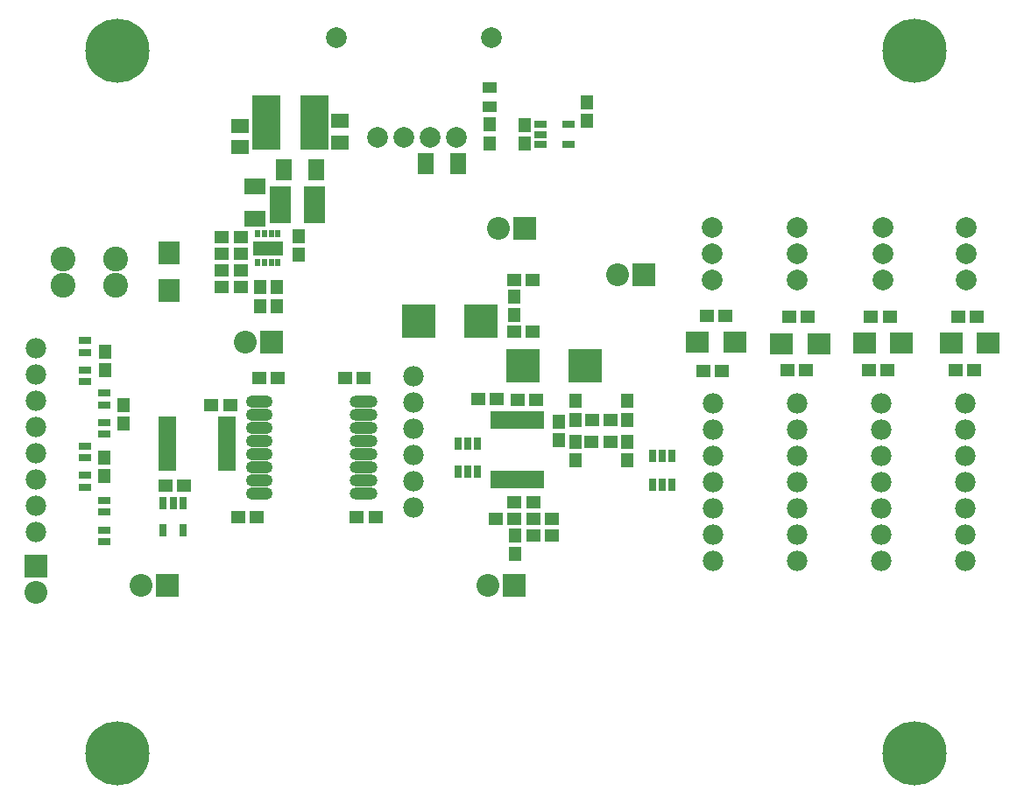
<source format=gts>
G04*
G04 #@! TF.GenerationSoftware,Altium Limited,Altium Designer,23.0.1 (38)*
G04*
G04 Layer_Color=8388736*
%FSLAX44Y44*%
%MOMM*%
G71*
G04*
G04 #@! TF.SameCoordinates,FF345AFA-0CE5-413A-8FAD-513570D1C1FC*
G04*
G04*
G04 #@! TF.FilePolarity,Negative*
G04*
G01*
G75*
%ADD39R,1.3532X1.3032*%
%ADD40O,2.7032X1.2032*%
%ADD41O,2.6032X1.2032*%
%ADD42R,1.3032X1.3532*%
%ADD43R,2.0032X3.6032*%
%ADD44R,1.2032X0.7832*%
%ADD45R,1.7032X0.6532*%
%ADD46R,0.8032X1.3032*%
%ADD47R,1.5532X2.0032*%
%ADD48R,2.9032X1.4532*%
%ADD49R,0.6032X0.7032*%
%ADD50R,2.0032X1.5532*%
%ADD51R,2.7032X5.3032*%
%ADD52R,2.3032X2.0032*%
%ADD53R,2.0032X2.3032*%
%ADD54R,0.8032X1.2032*%
%ADD55R,3.2032X3.2032*%
%ADD56R,0.6532X1.7032*%
%ADD57R,1.2532X0.8032*%
%ADD58R,1.7532X1.4032*%
%ADD59R,1.4032X1.0032*%
%ADD60R,2.2032X2.2032*%
%ADD61C,2.2032*%
%ADD62C,2.0032*%
%ADD63C,1.9812*%
%ADD64C,2.4032*%
%ADD65R,2.2032X2.2032*%
%ADD66C,6.2032*%
D39*
X960000Y423000D02*
D03*
X942000D02*
D03*
X876000D02*
D03*
X858000D02*
D03*
X797000D02*
D03*
X779000D02*
D03*
X716000Y422000D02*
D03*
X698000D02*
D03*
X248500Y281250D02*
D03*
X266500D02*
D03*
X515000Y460500D02*
D03*
X533000D02*
D03*
X363000Y281000D02*
D03*
X381000D02*
D03*
X222500Y389000D02*
D03*
X240500D02*
D03*
X878000Y475000D02*
D03*
X860000D02*
D03*
X533750Y279500D02*
D03*
X551750D02*
D03*
X551500Y263500D02*
D03*
X533500D02*
D03*
X286750Y415750D02*
D03*
X268750D02*
D03*
X369500Y415750D02*
D03*
X351500D02*
D03*
X195750Y311000D02*
D03*
X177750D02*
D03*
X250750Y535750D02*
D03*
X232750D02*
D03*
Y552000D02*
D03*
X250750D02*
D03*
Y519500D02*
D03*
X232750D02*
D03*
Y503500D02*
D03*
X250750D02*
D03*
X962500Y475000D02*
D03*
X944500D02*
D03*
X798750Y474750D02*
D03*
X780750D02*
D03*
X719250Y475250D02*
D03*
X701250D02*
D03*
X515000Y510500D02*
D03*
X533000D02*
D03*
X518250Y394250D02*
D03*
X536250D02*
D03*
X497500Y279500D02*
D03*
X515500D02*
D03*
X515500Y295500D02*
D03*
X533500D02*
D03*
X498250Y395000D02*
D03*
X480250D02*
D03*
X608500Y375250D02*
D03*
X590500D02*
D03*
X608000Y353750D02*
D03*
X590000D02*
D03*
D40*
X369500Y329450D02*
D03*
Y342150D02*
D03*
Y304050D02*
D03*
Y316750D02*
D03*
Y380250D02*
D03*
Y392950D02*
D03*
Y354850D02*
D03*
Y367550D02*
D03*
D41*
X268500Y304050D02*
D03*
Y316750D02*
D03*
Y329450D02*
D03*
Y342150D02*
D03*
Y354850D02*
D03*
Y367550D02*
D03*
Y380250D02*
D03*
Y392950D02*
D03*
D42*
X269500Y485250D02*
D03*
Y503250D02*
D03*
X285500Y485250D02*
D03*
Y503250D02*
D03*
X306500Y535000D02*
D03*
Y553000D02*
D03*
X515000Y494500D02*
D03*
Y476500D02*
D03*
X624500Y375250D02*
D03*
Y393250D02*
D03*
X624250Y353750D02*
D03*
Y335750D02*
D03*
X120000Y441000D02*
D03*
Y423000D02*
D03*
X137500Y371500D02*
D03*
Y389500D02*
D03*
X515750Y245500D02*
D03*
Y263500D02*
D03*
X118750Y338750D02*
D03*
Y320750D02*
D03*
X574500Y393250D02*
D03*
Y375250D02*
D03*
X558250Y373500D02*
D03*
Y355500D02*
D03*
X574000Y353750D02*
D03*
Y335750D02*
D03*
X585750Y664000D02*
D03*
Y682000D02*
D03*
X491750Y660750D02*
D03*
Y642750D02*
D03*
X525000Y642000D02*
D03*
Y660000D02*
D03*
D43*
X321750Y583250D02*
D03*
X288750D02*
D03*
D44*
X100500Y349600D02*
D03*
Y338400D02*
D03*
X119250Y257400D02*
D03*
Y268600D02*
D03*
Y296850D02*
D03*
Y285650D02*
D03*
X100250Y309900D02*
D03*
Y321100D02*
D03*
X119250Y361150D02*
D03*
Y372350D02*
D03*
Y400850D02*
D03*
Y389650D02*
D03*
X100500Y411900D02*
D03*
Y423100D02*
D03*
Y451600D02*
D03*
Y440400D02*
D03*
D45*
X179750Y374500D02*
D03*
Y368000D02*
D03*
Y361500D02*
D03*
Y355000D02*
D03*
Y348500D02*
D03*
Y342000D02*
D03*
Y335500D02*
D03*
Y329000D02*
D03*
X237750Y374500D02*
D03*
Y368000D02*
D03*
Y361500D02*
D03*
Y355000D02*
D03*
Y348500D02*
D03*
Y342000D02*
D03*
Y335500D02*
D03*
Y329000D02*
D03*
D46*
X195000Y294250D02*
D03*
X185500D02*
D03*
X176000D02*
D03*
X195000Y268250D02*
D03*
X176000D02*
D03*
D47*
X292750Y617250D02*
D03*
X323750D02*
D03*
X429750Y623250D02*
D03*
X460750D02*
D03*
D48*
X277000Y541000D02*
D03*
D49*
X267250Y555000D02*
D03*
X273750D02*
D03*
X280250D02*
D03*
X286750D02*
D03*
X267250Y527000D02*
D03*
X273750D02*
D03*
X280250D02*
D03*
X286750D02*
D03*
D50*
X264500Y600750D02*
D03*
Y569750D02*
D03*
D51*
X275750Y662500D02*
D03*
X321750D02*
D03*
D52*
X973250Y449250D02*
D03*
X937250D02*
D03*
X889750Y449250D02*
D03*
X853750D02*
D03*
X809500Y448750D02*
D03*
X773500D02*
D03*
X728250Y450000D02*
D03*
X692250D02*
D03*
D53*
X181500Y536250D02*
D03*
Y500250D02*
D03*
D54*
X667750Y312250D02*
D03*
X658250Y312250D02*
D03*
X648750D02*
D03*
Y339750D02*
D03*
X658250D02*
D03*
X667750D02*
D03*
X461000Y352250D02*
D03*
X470500Y352250D02*
D03*
X480000D02*
D03*
Y324750D02*
D03*
X470500D02*
D03*
X461000D02*
D03*
D55*
X523750Y427500D02*
D03*
X583750D02*
D03*
X483000Y470500D02*
D03*
X423000D02*
D03*
D56*
X495250Y317250D02*
D03*
X501750D02*
D03*
X508250D02*
D03*
X514750D02*
D03*
X521250D02*
D03*
X527750D02*
D03*
X534250D02*
D03*
X540750D02*
D03*
X495250Y375250D02*
D03*
X501750D02*
D03*
X508250D02*
D03*
X514750D02*
D03*
X521250D02*
D03*
X527750D02*
D03*
X534250D02*
D03*
X540750D02*
D03*
D57*
X540750Y660750D02*
D03*
Y651250D02*
D03*
Y641750D02*
D03*
X567250D02*
D03*
Y660750D02*
D03*
D58*
X347000Y664500D02*
D03*
Y643500D02*
D03*
X250500Y638750D02*
D03*
Y659750D02*
D03*
D59*
X491750Y678000D02*
D03*
Y697000D02*
D03*
D60*
X640400Y515000D02*
D03*
X525000Y560000D02*
D03*
X280400Y450000D02*
D03*
X515400Y215000D02*
D03*
X180000D02*
D03*
D61*
X615000Y515000D02*
D03*
X499600Y560000D02*
D03*
X255000Y450000D02*
D03*
X490000Y215000D02*
D03*
X154600D02*
D03*
X52750Y208000D02*
D03*
D62*
X706750Y560800D02*
D03*
Y535400D02*
D03*
Y510000D02*
D03*
X383350Y648250D02*
D03*
X408750D02*
D03*
X434150D02*
D03*
X459550D02*
D03*
X871250Y510200D02*
D03*
Y535600D02*
D03*
Y561000D02*
D03*
X951750Y510200D02*
D03*
Y535600D02*
D03*
Y561000D02*
D03*
X788917Y510200D02*
D03*
Y535600D02*
D03*
Y561000D02*
D03*
X493000Y745000D02*
D03*
X343000D02*
D03*
D63*
X951250Y238500D02*
D03*
Y365500D02*
D03*
Y390900D02*
D03*
Y340100D02*
D03*
Y314700D02*
D03*
Y289300D02*
D03*
Y263900D02*
D03*
X53250Y317550D02*
D03*
Y342950D02*
D03*
Y368350D02*
D03*
Y393750D02*
D03*
Y444550D02*
D03*
Y419150D02*
D03*
Y292150D02*
D03*
Y266750D02*
D03*
X869833Y238150D02*
D03*
Y365150D02*
D03*
Y390550D02*
D03*
Y339750D02*
D03*
Y314350D02*
D03*
Y288950D02*
D03*
Y263550D02*
D03*
X788417Y238150D02*
D03*
Y365150D02*
D03*
Y390550D02*
D03*
Y339750D02*
D03*
Y314350D02*
D03*
Y288950D02*
D03*
Y263550D02*
D03*
X707000Y238150D02*
D03*
Y365150D02*
D03*
Y390550D02*
D03*
Y339750D02*
D03*
Y314350D02*
D03*
Y288950D02*
D03*
Y263550D02*
D03*
X417750Y391600D02*
D03*
Y417000D02*
D03*
Y366200D02*
D03*
Y340800D02*
D03*
Y315400D02*
D03*
Y290000D02*
D03*
D64*
X79250Y505350D02*
D03*
X130050D02*
D03*
X79250Y530750D02*
D03*
X130050D02*
D03*
D65*
X52750Y233400D02*
D03*
D66*
X131950Y51900D02*
D03*
X901850D02*
D03*
Y731900D02*
D03*
X131950D02*
D03*
M02*

</source>
